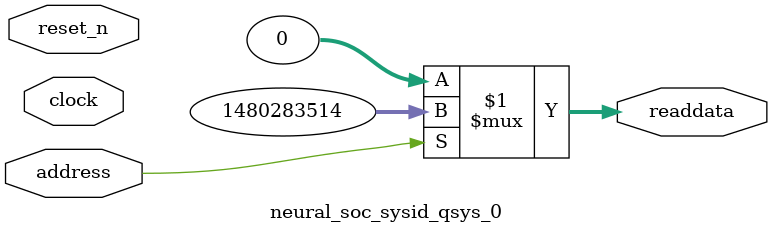
<source format=v>

`timescale 1ns / 1ps
// synthesis translate_on

// turn off superfluous verilog processor warnings 
// altera message_level Level1 
// altera message_off 10034 10035 10036 10037 10230 10240 10030 

module neural_soc_sysid_qsys_0 (
               // inputs:
                address,
                clock,
                reset_n,

               // outputs:
                readdata
             )
;

  output  [ 31: 0] readdata;
  input            address;
  input            clock;
  input            reset_n;

  wire    [ 31: 0] readdata;
  //control_slave, which is an e_avalon_slave
  assign readdata = address ? 1480283514 : 0;

endmodule




</source>
